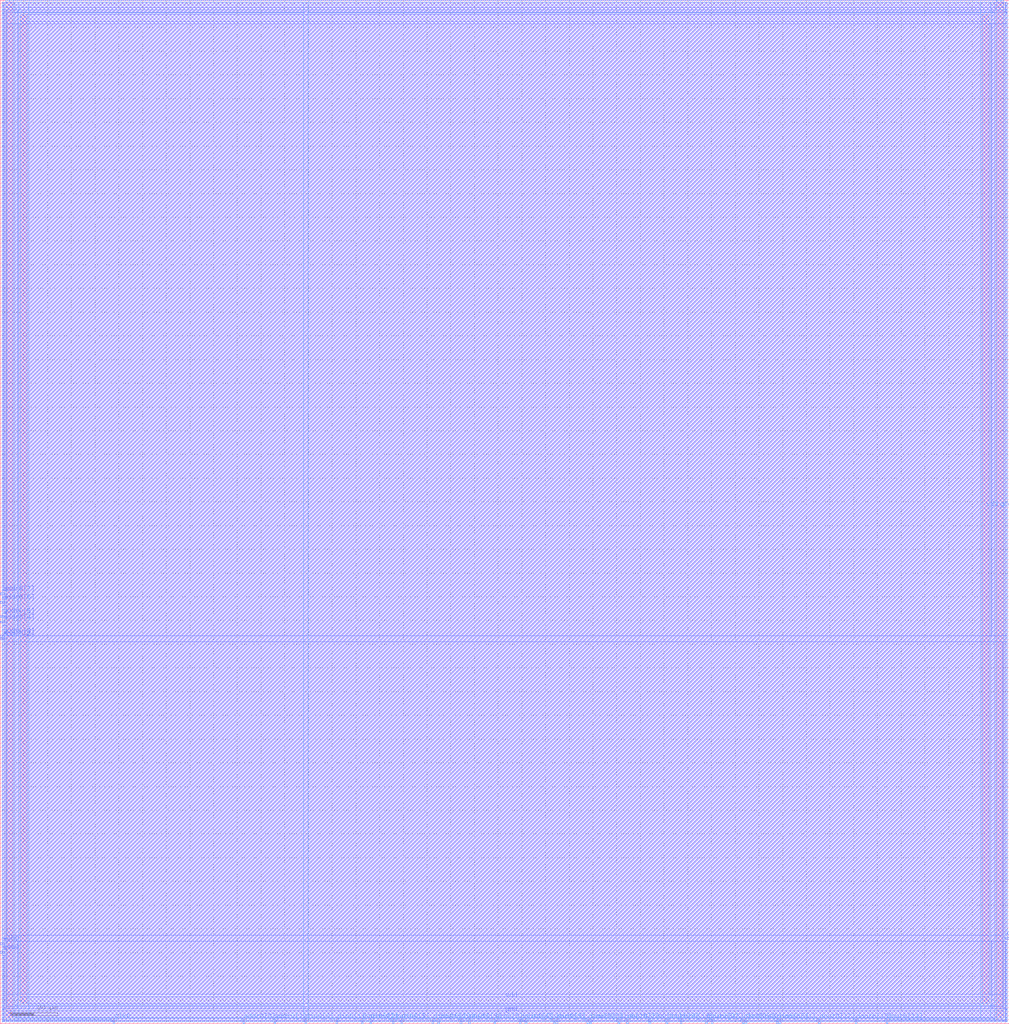
<source format=lef>
VERSION 5.4 ;
NAMESCASESENSITIVE ON ;
BUSBITCHARS "[]" ;
DIVIDERCHAR "/" ;
UNITS
  DATABASE MICRONS 2000 ;
END UNITS
MACRO pool2_rm_sram_16_256_sky130A
   CLASS BLOCK ;
   SIZE 425.57 BY 431.52 ;
   SYMMETRY X Y R90 ;
   PIN din0[0]
      DIRECTION INPUT ;
      PORT
         LAYER m4 ;
         RECT  128.52 0.0 129.26 1.93 ;
      END
   END din0[0]
   PIN din0[1]
      DIRECTION INPUT ;
      PORT
         LAYER m4 ;
         RECT  141.61 0.0 142.35 1.93 ;
      END
   END din0[1]
   PIN din0[2]
      DIRECTION INPUT ;
      PORT
         LAYER m4 ;
         RECT  155.89 0.0 156.63 1.93 ;
      END
   END din0[2]
   PIN din0[3]
      DIRECTION INPUT ;
      PORT
         LAYER m4 ;
         RECT  168.98 0.0 169.72 1.93 ;
      END
   END din0[3]
   PIN din0[4]
      DIRECTION INPUT ;
      PORT
         LAYER m4 ;
         RECT  182.07 0.0 182.81 1.93 ;
      END
   END din0[4]
   PIN din0[5]
      DIRECTION INPUT ;
      PORT
         LAYER m4 ;
         RECT  193.97 0.0 194.71 1.93 ;
      END
   END din0[5]
   PIN din0[6]
      DIRECTION INPUT ;
      PORT
         LAYER m4 ;
         RECT  208.25 0.0 208.99 1.93 ;
      END
   END din0[6]
   PIN din0[7]
      DIRECTION INPUT ;
      PORT
         LAYER m4 ;
         RECT  221.34 0.0 222.08 1.93 ;
      END
   END din0[7]
   PIN din0[8]
      DIRECTION INPUT ;
      PORT
         LAYER m4 ;
         RECT  234.43 0.0 235.17 1.93 ;
      END
   END din0[8]
   PIN din0[9]
      DIRECTION INPUT ;
      PORT
         LAYER m4 ;
         RECT  247.52 0.0 248.26 1.93 ;
      END
   END din0[9]
   PIN din0[10]
      DIRECTION INPUT ;
      PORT
         LAYER m4 ;
         RECT  260.61 0.0 261.35 1.93 ;
      END
   END din0[10]
   PIN din0[11]
      DIRECTION INPUT ;
      PORT
         LAYER m4 ;
         RECT  273.7 0.0 274.44 1.93 ;
      END
   END din0[11]
   PIN din0[12]
      DIRECTION INPUT ;
      PORT
         LAYER m4 ;
         RECT  286.79 0.0 287.53 1.93 ;
      END
   END din0[12]
   PIN din0[13]
      DIRECTION INPUT ;
      PORT
         LAYER m4 ;
         RECT  299.88 0.0 300.62 1.93 ;
      END
   END din0[13]
   PIN din0[14]
      DIRECTION INPUT ;
      PORT
         LAYER m4 ;
         RECT  312.97 0.0 313.71 1.93 ;
      END
   END din0[14]
   PIN din0[15]
      DIRECTION INPUT ;
      PORT
         LAYER m4 ;
         RECT  327.25 0.0 327.99 1.93 ;
      END
   END din0[15]
   PIN addr0[0]
      DIRECTION INPUT ;
      PORT
         LAYER m4 ;
         RECT  102.34 0.0 103.08 1.93 ;
      END
   END addr0[0]
   PIN addr0[1]
      DIRECTION INPUT ;
      PORT
         LAYER m4 ;
         RECT  115.43 0.0 116.17 1.93 ;
      END
   END addr0[1]
   PIN addr0[2]
      DIRECTION INPUT ;
      PORT
         LAYER m3 ;
         RECT  0.0 161.84 1.93 162.58 ;
      END
   END addr0[2]
   PIN addr0[3]
      DIRECTION INPUT ;
      PORT
         LAYER m3 ;
         RECT  0.0 163.03 1.93 163.77 ;
      END
   END addr0[3]
   PIN addr0[4]
      DIRECTION INPUT ;
      PORT
         LAYER m3 ;
         RECT  0.0 168.98 1.93 169.72 ;
      END
   END addr0[4]
   PIN addr0[5]
      DIRECTION INPUT ;
      PORT
         LAYER m3 ;
         RECT  0.0 171.36 1.93 172.1 ;
      END
   END addr0[5]
   PIN addr0[6]
      DIRECTION INPUT ;
      PORT
         LAYER m3 ;
         RECT  0.0 177.31 1.93 178.05 ;
      END
   END addr0[6]
   PIN addr0[7]
      DIRECTION INPUT ;
      PORT
         LAYER m3 ;
         RECT  0.0 180.88 1.93 181.62 ;
      END
   END addr0[7]
   PIN csb0
      DIRECTION INPUT ;
      PORT
         LAYER m3 ;
         RECT  0.0 29.75 1.93 30.49 ;
      END
   END csb0
   PIN web0
      DIRECTION INPUT ;
      PORT
         LAYER m3 ;
         RECT  0.0 33.32 1.93 34.06 ;
      END
   END web0
   PIN clk0
      DIRECTION INPUT ;
      PORT
         LAYER m4 ;
         RECT  47.6 0.0 48.34 1.93 ;
      END
   END clk0
   PIN dout0[0]
      DIRECTION OUTPUT ;
      PORT
         LAYER m4 ;
         RECT  152.32 0.0 153.06 1.93 ;
      END
   END dout0[0]
   PIN dout0[1]
      DIRECTION OUTPUT ;
      PORT
         LAYER m4 ;
         RECT  165.41 0.0 166.15 1.93 ;
      END
   END dout0[1]
   PIN dout0[2]
      DIRECTION OUTPUT ;
      PORT
         LAYER m4 ;
         RECT  184.45 0.0 185.19 1.93 ;
      END
   END dout0[2]
   PIN dout0[3]
      DIRECTION OUTPUT ;
      PORT
         LAYER m4 ;
         RECT  197.54 0.0 198.28 1.93 ;
      END
   END dout0[3]
   PIN dout0[4]
      DIRECTION OUTPUT ;
      PORT
         LAYER m4 ;
         RECT  218.96 0.0 219.7 1.93 ;
      END
   END dout0[4]
   PIN dout0[5]
      DIRECTION OUTPUT ;
      PORT
         LAYER m4 ;
         RECT  233.24 0.0 233.98 1.93 ;
      END
   END dout0[5]
   PIN dout0[6]
      DIRECTION OUTPUT ;
      PORT
         LAYER m4 ;
         RECT  248.71 0.0 249.45 1.93 ;
      END
   END dout0[6]
   PIN dout0[7]
      DIRECTION OUTPUT ;
      PORT
         LAYER m4 ;
         RECT  264.18 0.0 264.92 1.93 ;
      END
   END dout0[7]
   PIN dout0[8]
      DIRECTION OUTPUT ;
      PORT
         LAYER m4 ;
         RECT  280.84 0.0 281.58 1.93 ;
      END
   END dout0[8]
   PIN dout0[9]
      DIRECTION OUTPUT ;
      PORT
         LAYER m4 ;
         RECT  297.5 0.0 298.24 1.93 ;
      END
   END dout0[9]
   PIN dout0[10]
      DIRECTION OUTPUT ;
      PORT
         LAYER m4 ;
         RECT  314.16 0.0 314.9 1.93 ;
      END
   END dout0[10]
   PIN dout0[11]
      DIRECTION OUTPUT ;
      PORT
         LAYER m4 ;
         RECT  328.44 0.0 329.18 1.93 ;
      END
   END dout0[11]
   PIN dout0[12]
      DIRECTION OUTPUT ;
      PORT
         LAYER m4 ;
         RECT  345.1 0.0 345.84 1.93 ;
      END
   END dout0[12]
   PIN dout0[13]
      DIRECTION OUTPUT ;
      PORT
         LAYER m4 ;
         RECT  360.57 0.0 361.31 1.93 ;
      END
   END dout0[13]
   PIN dout0[14]
      DIRECTION OUTPUT ;
      PORT
         LAYER m4 ;
         RECT  373.66 0.0 374.4 1.93 ;
      END
   END dout0[14]
   PIN dout0[15]
      DIRECTION OUTPUT ;
      PORT
         LAYER m3 ;
         RECT  423.64 35.7 425.57 36.44 ;
      END
   END dout0[15]
   PIN vdd
      DIRECTION INOUT ;
      USE POWER ; 
      SHAPE ABUTMENT ; 
      PORT
         LAYER m4 ;
         RECT  8.33 8.33 11.45 425.57 ;
         LAYER m3 ;
         RECT  8.33 422.45 417.24 425.57 ;
         LAYER m4 ;
         RECT  414.12 8.33 417.24 425.57 ;
         LAYER m3 ;
         RECT  8.33 8.33 417.24 11.45 ;
      END
   END vdd
   PIN gnd
      DIRECTION INOUT ;
      USE GROUND ; 
      SHAPE ABUTMENT ; 
      PORT
         LAYER m3 ;
         RECT  2.38 428.4 423.19 431.52 ;
         LAYER m4 ;
         RECT  2.38 2.38 5.5 431.52 ;
         LAYER m3 ;
         RECT  2.38 2.38 423.19 5.5 ;
         LAYER m4 ;
         RECT  420.07 2.38 423.19 431.52 ;
      END
   END gnd
   OBS
   LAYER  m1 ;
      RECT  0.91 0.91 424.66 430.61 ;
   LAYER  m2 ;
      RECT  0.91 0.91 424.66 430.61 ;
   LAYER  m3 ;
      RECT  2.83 160.94 424.66 163.48 ;
      RECT  0.91 164.67 2.83 168.08 ;
      RECT  0.91 173.0 2.83 176.41 ;
      RECT  0.91 178.95 2.83 179.98 ;
      RECT  0.91 31.39 2.83 32.42 ;
      RECT  0.91 34.96 2.83 160.94 ;
      RECT  2.83 34.8 422.74 37.34 ;
      RECT  2.83 37.34 422.74 160.94 ;
      RECT  422.74 37.34 424.66 160.94 ;
      RECT  2.83 163.48 7.43 421.55 ;
      RECT  2.83 421.55 7.43 426.47 ;
      RECT  7.43 163.48 418.14 421.55 ;
      RECT  418.14 163.48 424.66 421.55 ;
      RECT  418.14 421.55 424.66 426.47 ;
      RECT  2.83 7.43 7.43 12.35 ;
      RECT  2.83 12.35 7.43 34.8 ;
      RECT  7.43 12.35 418.14 34.8 ;
      RECT  418.14 7.43 422.74 12.35 ;
      RECT  418.14 12.35 422.74 34.8 ;
      RECT  0.91 182.52 1.48 427.5 ;
      RECT  0.91 427.5 1.48 430.61 ;
      RECT  1.48 182.52 2.83 427.5 ;
      RECT  2.83 426.47 7.43 427.5 ;
      RECT  7.43 426.47 418.14 427.5 ;
      RECT  418.14 426.47 424.09 427.5 ;
      RECT  424.09 426.47 424.66 427.5 ;
      RECT  424.09 427.5 424.66 430.61 ;
      RECT  0.91 0.91 1.48 1.48 ;
      RECT  0.91 1.48 1.48 6.4 ;
      RECT  0.91 6.4 1.48 28.85 ;
      RECT  1.48 0.91 2.83 1.48 ;
      RECT  1.48 6.4 2.83 28.85 ;
      RECT  422.74 0.91 424.09 1.48 ;
      RECT  422.74 6.4 424.09 34.8 ;
      RECT  424.09 0.91 424.66 1.48 ;
      RECT  424.09 1.48 424.66 6.4 ;
      RECT  424.09 6.4 424.66 34.8 ;
      RECT  2.83 0.91 7.43 1.48 ;
      RECT  2.83 6.4 7.43 7.43 ;
      RECT  7.43 0.91 418.14 1.48 ;
      RECT  7.43 6.4 418.14 7.43 ;
      RECT  418.14 0.91 422.74 1.48 ;
      RECT  418.14 6.4 422.74 7.43 ;
   LAYER  m4 ;
      RECT  127.92 2.53 129.86 430.61 ;
      RECT  129.86 0.91 141.01 2.53 ;
      RECT  170.32 0.91 181.47 2.53 ;
      RECT  235.77 0.91 246.92 2.53 ;
      RECT  301.22 0.91 312.37 2.53 ;
      RECT  103.68 0.91 114.83 2.53 ;
      RECT  116.77 0.91 127.92 2.53 ;
      RECT  48.94 0.91 101.74 2.53 ;
      RECT  142.95 0.91 151.72 2.53 ;
      RECT  153.66 0.91 155.29 2.53 ;
      RECT  157.23 0.91 164.81 2.53 ;
      RECT  166.75 0.91 168.38 2.53 ;
      RECT  183.41 0.91 183.85 2.53 ;
      RECT  185.79 0.91 193.37 2.53 ;
      RECT  195.31 0.91 196.94 2.53 ;
      RECT  198.88 0.91 207.65 2.53 ;
      RECT  209.59 0.91 218.36 2.53 ;
      RECT  220.3 0.91 220.74 2.53 ;
      RECT  222.68 0.91 232.64 2.53 ;
      RECT  250.05 0.91 260.01 2.53 ;
      RECT  261.95 0.91 263.58 2.53 ;
      RECT  265.52 0.91 273.1 2.53 ;
      RECT  275.04 0.91 280.24 2.53 ;
      RECT  282.18 0.91 286.19 2.53 ;
      RECT  288.13 0.91 296.9 2.53 ;
      RECT  298.84 0.91 299.28 2.53 ;
      RECT  315.5 0.91 326.65 2.53 ;
      RECT  329.78 0.91 344.5 2.53 ;
      RECT  346.44 0.91 359.97 2.53 ;
      RECT  361.91 0.91 373.06 2.53 ;
      RECT  7.73 2.53 12.05 7.73 ;
      RECT  7.73 426.17 12.05 430.61 ;
      RECT  12.05 2.53 127.92 7.73 ;
      RECT  12.05 7.73 127.92 426.17 ;
      RECT  12.05 426.17 127.92 430.61 ;
      RECT  129.86 2.53 413.52 7.73 ;
      RECT  129.86 7.73 413.52 426.17 ;
      RECT  129.86 426.17 413.52 430.61 ;
      RECT  413.52 2.53 417.84 7.73 ;
      RECT  413.52 426.17 417.84 430.61 ;
      RECT  0.91 0.91 1.78 1.78 ;
      RECT  0.91 1.78 1.78 2.53 ;
      RECT  1.78 0.91 6.1 1.78 ;
      RECT  6.1 0.91 47.0 1.78 ;
      RECT  6.1 1.78 47.0 2.53 ;
      RECT  0.91 2.53 1.78 7.73 ;
      RECT  6.1 2.53 7.73 7.73 ;
      RECT  0.91 7.73 1.78 426.17 ;
      RECT  6.1 7.73 7.73 426.17 ;
      RECT  0.91 426.17 1.78 430.61 ;
      RECT  6.1 426.17 7.73 430.61 ;
      RECT  375.0 0.91 419.47 1.78 ;
      RECT  375.0 1.78 419.47 2.53 ;
      RECT  419.47 0.91 423.79 1.78 ;
      RECT  423.79 0.91 424.66 1.78 ;
      RECT  423.79 1.78 424.66 2.53 ;
      RECT  417.84 2.53 419.47 7.73 ;
      RECT  423.79 2.53 424.66 7.73 ;
      RECT  417.84 7.73 419.47 426.17 ;
      RECT  423.79 7.73 424.66 426.17 ;
      RECT  417.84 426.17 419.47 430.61 ;
      RECT  423.79 426.17 424.66 430.61 ;
   END
END    pool2_rm_sram_16_256_sky130A
END    LIBRARY

</source>
